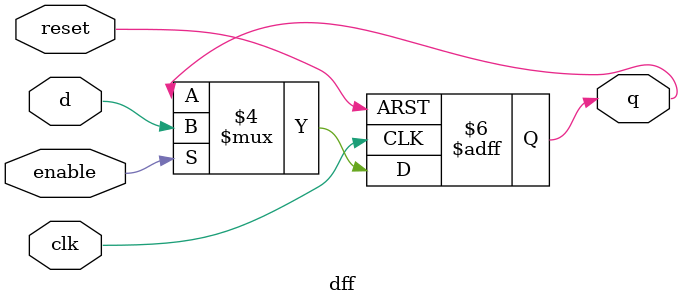
<source format=v>
`timescale 1ns / 1ps


module dff(q, d, clk,reset,enable);
input d, clk, reset,enable;
output reg q;

always@(posedge clk, posedge reset)
begin
    
    if (reset)
        q <= 1'b0;
    else if (enable != 0)
        q <= d;
    else
        q <= q;
     
    
end
endmodule

</source>
